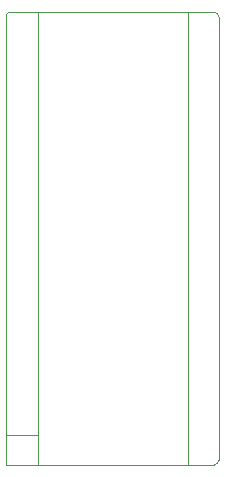
<source format=gbr>
%TF.GenerationSoftware,KiCad,Pcbnew,(5.99.0-3084-g09ad52a03)*%
%TF.CreationDate,2020-11-20T19:05:29+02:00*%
%TF.ProjectId,Arduino Nano rev 1,41726475-696e-46f2-904e-616e6f207265,rev?*%
%TF.SameCoordinates,Original*%
%TF.FileFunction,Legend,Bot*%
%TF.FilePolarity,Positive*%
%FSLAX46Y46*%
G04 Gerber Fmt 4.6, Leading zero omitted, Abs format (unit mm)*
G04 Created by KiCad (PCBNEW (5.99.0-3084-g09ad52a03)) date 2020-11-20 19:05:29*
%MOMM*%
%LPD*%
G01*
G04 APERTURE LIST*
%ADD10C,0.120000*%
G04 APERTURE END LIST*
D10*
%TO.C,A1*%
X145300000Y-109600000D02*
X145300000Y-72050000D01*
X142670000Y-109970000D02*
X142670000Y-71700000D01*
X144900000Y-110000000D02*
X127350000Y-110000000D01*
X129970000Y-107430000D02*
X127300000Y-107430000D01*
X127300000Y-107430000D02*
X127300000Y-72050000D01*
X129970000Y-107430000D02*
X129970000Y-71700000D01*
X144900000Y-71650000D02*
X127700000Y-71650000D01*
X127300000Y-107450000D02*
X127300000Y-110000000D01*
X129970000Y-107430000D02*
X129970000Y-109950000D01*
X127300000Y-72050000D02*
G75*
G02*
X127700000Y-71650000I400000J0D01*
G01*
X144900000Y-71650000D02*
G75*
G02*
X145300000Y-72050000I0J-400000D01*
G01*
X145300000Y-109600000D02*
G75*
G02*
X144900000Y-110000000I-400000J0D01*
G01*
%TD*%
M02*

</source>
